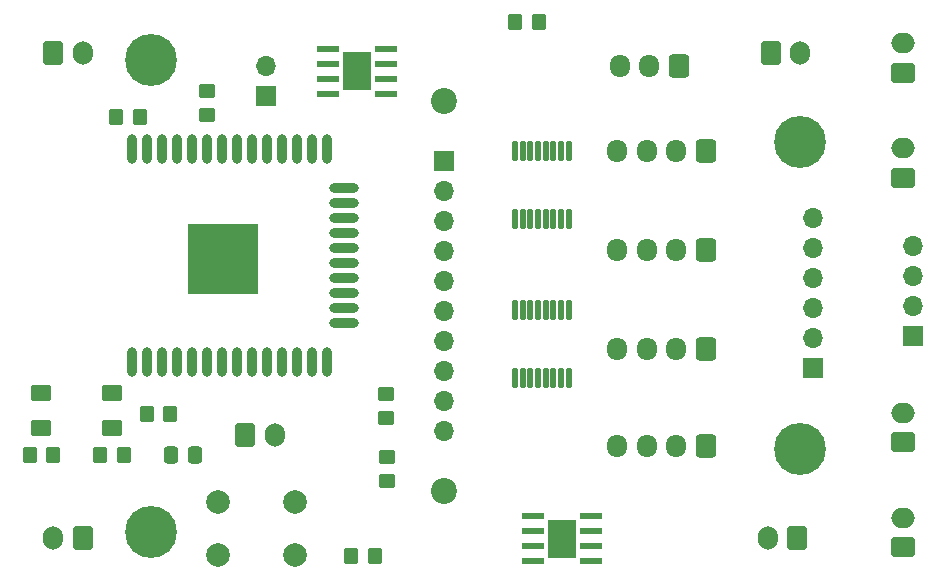
<source format=gbr>
%TF.GenerationSoftware,KiCad,Pcbnew,(6.0.1)*%
%TF.CreationDate,2022-03-01T16:38:42-05:00*%
%TF.ProjectId,Project_380,50726f6a-6563-4745-9f33-38302e6b6963,rev?*%
%TF.SameCoordinates,Original*%
%TF.FileFunction,Soldermask,Top*%
%TF.FilePolarity,Negative*%
%FSLAX46Y46*%
G04 Gerber Fmt 4.6, Leading zero omitted, Abs format (unit mm)*
G04 Created by KiCad (PCBNEW (6.0.1)) date 2022-03-01 16:38:42*
%MOMM*%
%LPD*%
G01*
G04 APERTURE LIST*
G04 Aperture macros list*
%AMRoundRect*
0 Rectangle with rounded corners*
0 $1 Rounding radius*
0 $2 $3 $4 $5 $6 $7 $8 $9 X,Y pos of 4 corners*
0 Add a 4 corners polygon primitive as box body*
4,1,4,$2,$3,$4,$5,$6,$7,$8,$9,$2,$3,0*
0 Add four circle primitives for the rounded corners*
1,1,$1+$1,$2,$3*
1,1,$1+$1,$4,$5*
1,1,$1+$1,$6,$7*
1,1,$1+$1,$8,$9*
0 Add four rect primitives between the rounded corners*
20,1,$1+$1,$2,$3,$4,$5,0*
20,1,$1+$1,$4,$5,$6,$7,0*
20,1,$1+$1,$6,$7,$8,$9,0*
20,1,$1+$1,$8,$9,$2,$3,0*%
G04 Aperture macros list end*
%ADD10RoundRect,0.250000X-0.350000X-0.450000X0.350000X-0.450000X0.350000X0.450000X-0.350000X0.450000X0*%
%ADD11RoundRect,0.250001X0.624999X-0.462499X0.624999X0.462499X-0.624999X0.462499X-0.624999X-0.462499X0*%
%ADD12O,1.700000X1.700000*%
%ADD13R,1.700000X1.700000*%
%ADD14C,2.200000*%
%ADD15R,6.000000X6.000000*%
%ADD16O,0.900000X2.500000*%
%ADD17O,2.500000X0.900000*%
%ADD18C,4.400000*%
%ADD19RoundRect,0.250000X0.600000X0.750000X-0.600000X0.750000X-0.600000X-0.750000X0.600000X-0.750000X0*%
%ADD20O,1.700000X2.000000*%
%ADD21RoundRect,0.250000X-0.600000X-0.750000X0.600000X-0.750000X0.600000X0.750000X-0.600000X0.750000X0*%
%ADD22RoundRect,0.020500X0.184500X-0.764500X0.184500X0.764500X-0.184500X0.764500X-0.184500X-0.764500X0*%
%ADD23RoundRect,0.250000X0.600000X0.725000X-0.600000X0.725000X-0.600000X-0.725000X0.600000X-0.725000X0*%
%ADD24O,1.700000X1.950000*%
%ADD25RoundRect,0.250000X-0.450000X0.350000X-0.450000X-0.350000X0.450000X-0.350000X0.450000X0.350000X0*%
%ADD26R,1.981200X0.533400*%
%ADD27R,2.387600X3.200400*%
%ADD28RoundRect,0.250000X-0.337500X-0.475000X0.337500X-0.475000X0.337500X0.475000X-0.337500X0.475000X0*%
%ADD29RoundRect,0.250000X0.350000X0.450000X-0.350000X0.450000X-0.350000X-0.450000X0.350000X-0.450000X0*%
%ADD30RoundRect,0.250000X0.750000X-0.600000X0.750000X0.600000X-0.750000X0.600000X-0.750000X-0.600000X0*%
%ADD31O,2.000000X1.700000*%
%ADD32C,2.000000*%
G04 APERTURE END LIST*
D10*
%TO.C,R9*%
X101750000Y-98500000D03*
X103750000Y-98500000D03*
%TD*%
%TO.C,R8*%
X107750000Y-98500000D03*
X109750000Y-98500000D03*
%TD*%
D11*
%TO.C,D2*%
X102750000Y-96237500D03*
X102750000Y-93262500D03*
%TD*%
%TO.C,D1*%
X108750000Y-96237500D03*
X108750000Y-93262500D03*
%TD*%
D12*
%TO.C,J13*%
X136800000Y-96435000D03*
X136800000Y-93895000D03*
X136800000Y-91355000D03*
X136800000Y-88815000D03*
X136800000Y-86275000D03*
X136800000Y-83735000D03*
X136800000Y-81195000D03*
X136800000Y-78655000D03*
X136800000Y-76115000D03*
D13*
X136800000Y-73575000D03*
%TD*%
D14*
%TO.C,REF\u002A\u002A*%
X136800000Y-101510000D03*
%TD*%
%TO.C,REF\u002A\u002A*%
X136800000Y-68490000D03*
%TD*%
D15*
%TO.C,U2*%
X118090000Y-81900000D03*
D16*
X110390000Y-72600000D03*
X111660000Y-72600000D03*
X112930000Y-72600000D03*
X114200000Y-72600000D03*
X115470000Y-72600000D03*
X116740000Y-72600000D03*
X118010000Y-72600000D03*
X119280000Y-72600000D03*
X120550000Y-72600000D03*
X121820000Y-72600000D03*
X123090000Y-72600000D03*
X124360000Y-72600000D03*
X125630000Y-72600000D03*
X126900000Y-72600000D03*
D17*
X128390000Y-75885000D03*
X128390000Y-77155000D03*
X128390000Y-78425000D03*
X128390000Y-79695000D03*
X128390000Y-80965000D03*
X128390000Y-82235000D03*
X128390000Y-83505000D03*
X128390000Y-84775000D03*
X128390000Y-86045000D03*
X128390000Y-87315000D03*
D16*
X126900000Y-90600000D03*
X125630000Y-90600000D03*
X124360000Y-90600000D03*
X123090000Y-90600000D03*
X121820000Y-90600000D03*
X120550000Y-90600000D03*
X119280000Y-90600000D03*
X118010000Y-90600000D03*
X116740000Y-90600000D03*
X115470000Y-90600000D03*
X114200000Y-90600000D03*
X112930000Y-90600000D03*
X111660000Y-90600000D03*
X110390000Y-90600000D03*
%TD*%
D18*
%TO.C,REF\u002A\u002A*%
X112000000Y-65000000D03*
%TD*%
%TO.C,REF\u002A\u002A*%
X167000000Y-72000000D03*
%TD*%
%TO.C,REF\u002A\u002A*%
X112000000Y-105000000D03*
%TD*%
%TO.C,REF\u002A\u002A*%
X167000000Y-98000000D03*
%TD*%
D19*
%TO.C,J3*%
X166750000Y-105500000D03*
D20*
X164250000Y-105500000D03*
%TD*%
D21*
%TO.C,J2*%
X103750000Y-64475000D03*
D20*
X106250000Y-64475000D03*
%TD*%
D19*
%TO.C,J4*%
X106250000Y-105525000D03*
D20*
X103750000Y-105525000D03*
%TD*%
D22*
%TO.C,U6*%
X142855000Y-91965000D03*
X143505000Y-91965000D03*
X144155000Y-91965000D03*
X144805000Y-91965000D03*
X145455000Y-91965000D03*
X146105000Y-91965000D03*
X146755000Y-91965000D03*
X147405000Y-91965000D03*
X147405000Y-86225000D03*
X146755000Y-86225000D03*
X146105000Y-86225000D03*
X145455000Y-86225000D03*
X144805000Y-86225000D03*
X144155000Y-86225000D03*
X143505000Y-86225000D03*
X142855000Y-86225000D03*
%TD*%
D23*
%TO.C,J12*%
X159000000Y-72770000D03*
D24*
X156500000Y-72770000D03*
X154000000Y-72770000D03*
X151500000Y-72770000D03*
%TD*%
D25*
%TO.C,R6*%
X131980000Y-98650000D03*
X131980000Y-100650000D03*
%TD*%
D23*
%TO.C,J10*%
X159000000Y-89480000D03*
D24*
X156500000Y-89480000D03*
X154000000Y-89480000D03*
X151500000Y-89480000D03*
%TD*%
D23*
%TO.C,J11*%
X159000000Y-81170000D03*
D24*
X156500000Y-81170000D03*
X154000000Y-81170000D03*
X151500000Y-81170000D03*
%TD*%
D10*
%TO.C,R1*%
X109100000Y-69900000D03*
X111100000Y-69900000D03*
%TD*%
D23*
%TO.C,J9*%
X159000000Y-97730000D03*
D24*
X156500000Y-97730000D03*
X154000000Y-97730000D03*
X151500000Y-97730000D03*
%TD*%
D10*
%TO.C,R5*%
X111660000Y-95016250D03*
X113660000Y-95016250D03*
%TD*%
%TO.C,R4*%
X128970000Y-107000000D03*
X130970000Y-107000000D03*
%TD*%
D25*
%TO.C,R7*%
X131960000Y-93330000D03*
X131960000Y-95330000D03*
%TD*%
D26*
%TO.C,U4*%
X127036200Y-64095000D03*
X127036200Y-65365000D03*
X127036200Y-66635000D03*
X127036200Y-67905000D03*
X131963800Y-67905000D03*
X131963800Y-66635000D03*
X131963800Y-65365000D03*
X131963800Y-64095000D03*
D27*
X129500000Y-66000000D03*
%TD*%
D28*
%TO.C,C1*%
X113702500Y-98500000D03*
X115777500Y-98500000D03*
%TD*%
D13*
%TO.C,U1*%
X176570000Y-88410000D03*
D12*
X176570000Y-85870000D03*
X176570000Y-83330000D03*
X176570000Y-80790000D03*
%TD*%
D23*
%TO.C,J15*%
X156700000Y-65565000D03*
D24*
X154200000Y-65565000D03*
X151700000Y-65565000D03*
%TD*%
D29*
%TO.C,R3*%
X144860000Y-61790000D03*
X142860000Y-61790000D03*
%TD*%
D25*
%TO.C,R2*%
X116780000Y-67690000D03*
X116780000Y-69690000D03*
%TD*%
D22*
%TO.C,U3*%
X142855000Y-78465000D03*
X143505000Y-78465000D03*
X144155000Y-78465000D03*
X144805000Y-78465000D03*
X145455000Y-78465000D03*
X146105000Y-78465000D03*
X146755000Y-78465000D03*
X147405000Y-78465000D03*
X147405000Y-72725000D03*
X146755000Y-72725000D03*
X146105000Y-72725000D03*
X145455000Y-72725000D03*
X144805000Y-72725000D03*
X144155000Y-72725000D03*
X143505000Y-72725000D03*
X142855000Y-72725000D03*
%TD*%
D21*
%TO.C,J1*%
X164500000Y-64475000D03*
D20*
X167000000Y-64475000D03*
%TD*%
D27*
%TO.C,U5*%
X146820000Y-105590000D03*
D26*
X144356200Y-107495000D03*
X144356200Y-106225000D03*
X144356200Y-104955000D03*
X144356200Y-103685000D03*
X149283800Y-103685000D03*
X149283800Y-104955000D03*
X149283800Y-106225000D03*
X149283800Y-107495000D03*
%TD*%
D30*
%TO.C,J7*%
X175700000Y-75000000D03*
D31*
X175700000Y-72500000D03*
%TD*%
D30*
%TO.C,J8*%
X175700000Y-66100000D03*
D31*
X175700000Y-63600000D03*
%TD*%
D13*
%TO.C,JP1*%
X121800000Y-68075000D03*
D12*
X121800000Y-65535000D03*
%TD*%
D30*
%TO.C,J5*%
X175700000Y-106300000D03*
D31*
X175700000Y-103800000D03*
%TD*%
D32*
%TO.C,SW1*%
X124220000Y-106980000D03*
X117720000Y-106980000D03*
X124220000Y-102480000D03*
X117720000Y-102480000D03*
%TD*%
D13*
%TO.C,J14*%
X168110000Y-91130000D03*
D12*
X168110000Y-88590000D03*
X168110000Y-86050000D03*
X168110000Y-83510000D03*
X168110000Y-80970000D03*
X168110000Y-78430000D03*
%TD*%
D21*
%TO.C,J16*%
X119990000Y-96815000D03*
D20*
X122490000Y-96815000D03*
%TD*%
D30*
%TO.C,J6*%
X175700000Y-97400000D03*
D31*
X175700000Y-94900000D03*
%TD*%
M02*

</source>
